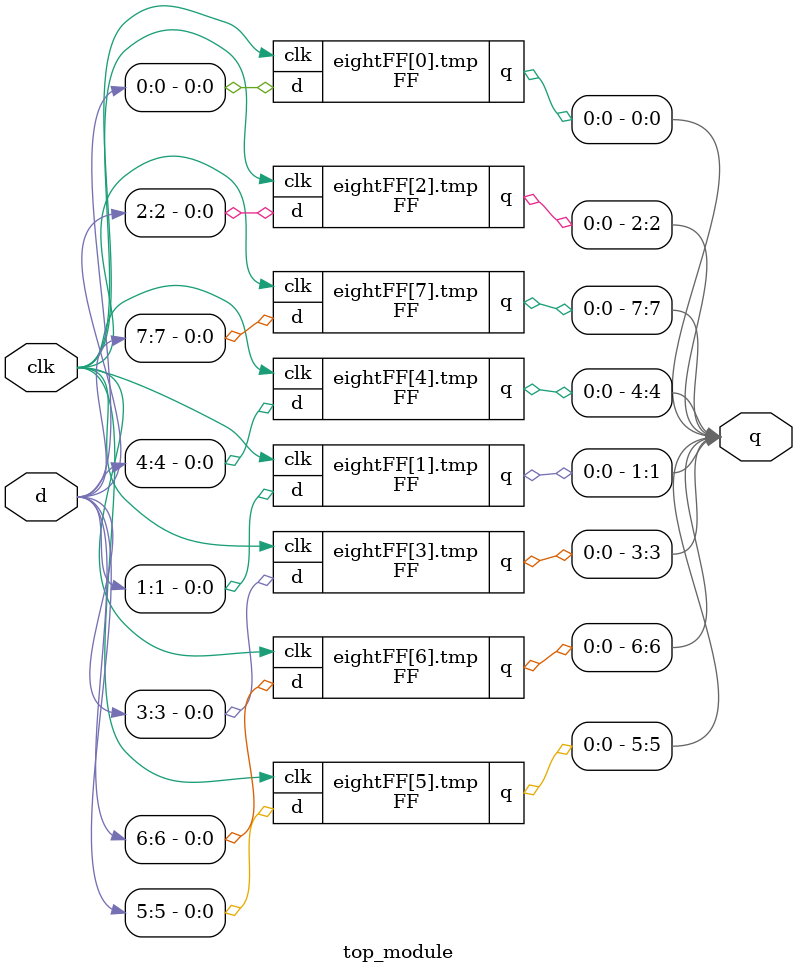
<source format=v>
module FF(input clk,d,output q);
    always @(posedge clk)
        q<=d;
endmodule

module top_module (
    input clk,
    input [7:0] d,
    output [7:0] q
);
    generate
        genvar i;
        for(i=0;i<8;i++) begin: eightFF
            FF tmp(clk,d[i],q[i]);
        end
    endgenerate

endmodule

</source>
